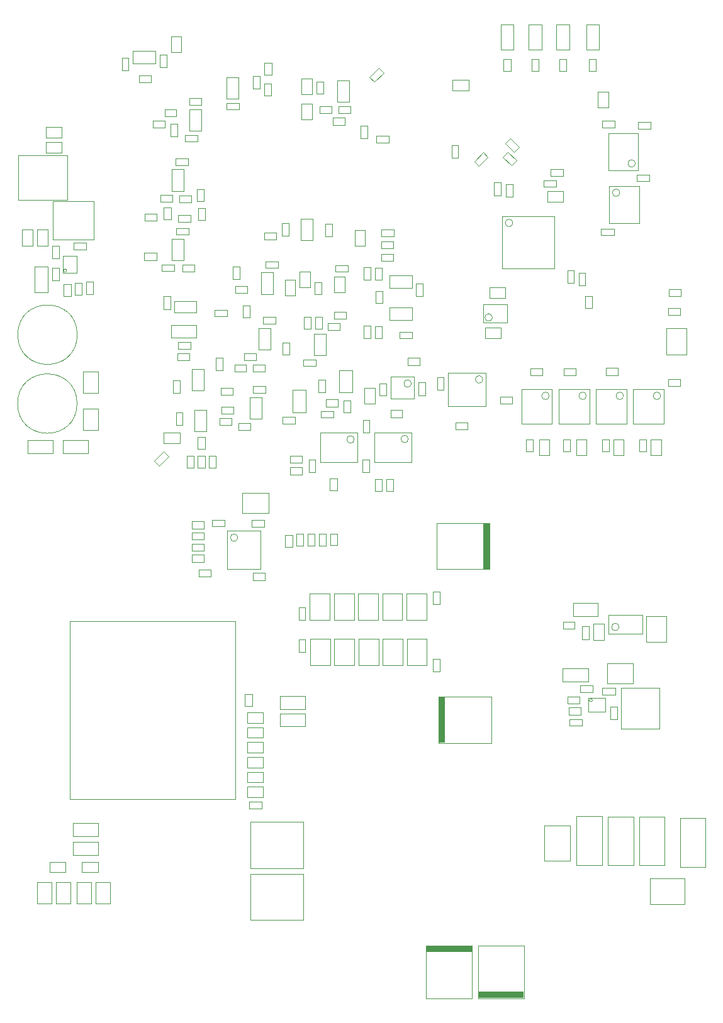
<source format=gbr>
%TF.GenerationSoftware,Altium Limited,Altium Designer,22.1.2 (22)*%
G04 Layer_Color=16711935*
%FSLAX45Y45*%
%MOMM*%
%TF.SameCoordinates,C5451D44-FA68-4CDD-92CA-08ED0B408621*%
%TF.FilePolarity,Positive*%
%TF.FileFunction,Other,Mechanical_13*%
%TF.Part,Single*%
G01*
G75*
%TA.AperFunction,NonConductor*%
%ADD103C,0.10000*%
%ADD218R,0.95629X6.22000*%
%ADD219R,6.22000X0.95629*%
D103*
X8425000Y11472500D02*
G03*
X8425000Y11472500I-50000J0D01*
G01*
X8214999Y11080000D02*
G03*
X8214999Y11080000I-50000J0D01*
G01*
X6499992Y9399992D02*
G03*
X6499992Y9399992I-50000J0D01*
G01*
X6775000Y10672500D02*
G03*
X6775000Y10672500I-50000J0D01*
G01*
X751981Y10052493D02*
G03*
X752500Y10052500I519J-19993D01*
G01*
X7265000Y8345000D02*
G03*
X7265000Y8345000I-50000J0D01*
G01*
X7765000D02*
G03*
X7765000Y8345000I-50000J0D01*
G01*
X8265000D02*
G03*
X8265000Y8345000I-50000J0D01*
G01*
X8765000D02*
G03*
X8765000Y8345000I-50000J0D01*
G01*
X6372500Y8565000D02*
G03*
X6372500Y8565000I-50000J0D01*
G01*
X5410000Y8510000D02*
G03*
X5410000Y8510000I-50000J0D01*
G01*
X4642500Y7757500D02*
G03*
X4642500Y7757500I-50000J0D01*
G01*
X5370000Y7762500D02*
G03*
X5370000Y7762500I-50000J0D01*
G01*
X3075000Y6435000D02*
G03*
X3075000Y6435000I-50000J0D01*
G01*
X8205000Y5232500D02*
G03*
X8205000Y5232500I-50000J0D01*
G01*
X7846133Y4244500D02*
G03*
X7846140Y4243980I-19993J-519D01*
G01*
X912500Y8240000D02*
G03*
X912500Y8240000I-400000J0D01*
G01*
X915000Y9167500D02*
G03*
X915000Y9167500I-400000J0D01*
G01*
X3680000Y7970000D02*
X3850000D01*
X3680000Y8060000D02*
X3850000D01*
Y7970000D02*
Y8060000D01*
X3680000Y7970000D02*
Y8060000D01*
X4617500Y8390000D02*
Y8690000D01*
X4442500Y8390000D02*
Y8690000D01*
Y8390000D02*
X4617500D01*
X4442500Y8690000D02*
X4617500D01*
X4500000Y8282500D02*
X4595000D01*
X4500000Y8122500D02*
X4595000D01*
Y8282500D01*
X4500000Y8122500D02*
Y8282500D01*
X5120000Y9537500D02*
X5420000D01*
X5120000Y9362500D02*
X5420000D01*
Y9537500D01*
X5120000Y9362500D02*
Y9537500D01*
Y9967500D02*
X5420000D01*
X5120000Y9792500D02*
X5420000D01*
Y9967500D01*
X5120000Y9792500D02*
Y9967500D01*
X8445000Y11232500D02*
Y11322500D01*
X8615000Y11232500D02*
Y11322500D01*
X8445000D02*
X8615000D01*
X8445000Y11232500D02*
X8615000D01*
X7920000Y12437500D02*
X8060000D01*
X7920000Y12222500D02*
X8060000D01*
Y12437500D01*
X7920000Y12222500D02*
Y12437500D01*
X8145000Y11955000D02*
Y12045000D01*
X7975000Y11955000D02*
Y12045000D01*
Y11955000D02*
X8145000D01*
X7975000Y12045000D02*
X8145000D01*
X8065000Y11882500D02*
X8465000D01*
X8065000Y11382500D02*
X8465000D01*
X8065000D02*
Y11882500D01*
X8465000Y11382500D02*
Y11882500D01*
X8627500Y11942500D02*
Y12032500D01*
X8457500Y11942500D02*
Y12032500D01*
Y11942500D02*
X8627500D01*
X8457500Y12032500D02*
X8627500D01*
X8075000Y10670000D02*
X8475000D01*
X8075000Y11170000D02*
X8475000D01*
Y10670000D02*
Y11170000D01*
X8075000Y10670000D02*
Y11170000D01*
X8135000Y10505000D02*
Y10595000D01*
X7965000Y10505000D02*
Y10595000D01*
Y10505000D02*
X8135000D01*
X7965000Y10595000D02*
X8135000D01*
X8878197Y9688199D02*
X9038197D01*
X8878197Y9783199D02*
X9038197D01*
Y9688199D02*
Y9783199D01*
X8878197Y9688199D02*
Y9783199D01*
X8868197Y9433199D02*
X9028197D01*
X8868197Y9528199D02*
X9028197D01*
Y9433199D02*
Y9528199D01*
X8868197Y9433199D02*
Y9528199D01*
X8843198Y8903199D02*
X9113198D01*
X8843198Y9253199D02*
X9113198D01*
X8843198Y8903199D02*
Y9253199D01*
X9113198Y8903199D02*
Y9253199D01*
X7842500Y9527500D02*
Y9687500D01*
X7747500Y9527500D02*
Y9687500D01*
X7842500D01*
X7747500Y9527500D02*
X7842500D01*
X7662500Y9997500D02*
X7752500D01*
X7662500Y9827500D02*
X7752500D01*
Y9997500D01*
X7662500Y9827500D02*
Y9997500D01*
X7510000Y10037500D02*
X7600000D01*
X7510000Y9867500D02*
X7600000D01*
Y10037500D01*
X7510000Y9867500D02*
Y10037500D01*
X6462500Y9662500D02*
Y9802500D01*
X6677500Y9662500D02*
Y9802500D01*
X6462500D02*
X6677500D01*
X6462500Y9662500D02*
X6677500D01*
X6379992Y9332492D02*
X6700002D01*
X6379992Y9577492D02*
X6700002D01*
Y9332492D02*
Y9577492D01*
X6379992Y9332492D02*
Y9577492D01*
X6617500Y9122500D02*
Y9262500D01*
X6402500Y9122500D02*
Y9262500D01*
Y9122500D02*
X6617500D01*
X6402500Y9262500D02*
X6617500D01*
X7450000Y11307500D02*
Y11397500D01*
X7280000Y11307500D02*
Y11397500D01*
Y11307500D02*
X7450000D01*
X7280000Y11397500D02*
X7450000D01*
X7360000Y11157500D02*
Y11247500D01*
X7190000Y11157500D02*
Y11247500D01*
Y11157500D02*
X7360000D01*
X7190000Y11247500D02*
X7360000D01*
X7455000Y10957500D02*
Y11097500D01*
X7240000Y10957500D02*
Y11097500D01*
Y10957500D02*
X7455000D01*
X7240000Y11097500D02*
X7455000D01*
X6522500Y11042500D02*
Y11217500D01*
X6617500Y11042500D02*
Y11217500D01*
X6522500Y11042500D02*
X6617500D01*
X6522500Y11217500D02*
X6617500D01*
X6635000Y10062500D02*
Y10762500D01*
X7335000Y10062500D02*
Y10762500D01*
X6635000D02*
X7335000D01*
X6635000Y10062500D02*
X7335000D01*
X6685000Y11025000D02*
X6775000D01*
X6685000Y11195000D02*
X6775000D01*
X6685000Y11025000D02*
Y11195000D01*
X6775000Y11025000D02*
Y11195000D01*
X6744519Y11807656D02*
X6857656Y11694519D01*
X6677344Y11740481D02*
X6790481Y11627344D01*
X6677344Y11740481D02*
X6744519Y11807656D01*
X6790481Y11627344D02*
X6857656Y11694519D01*
X6709519Y11627656D02*
X6822656Y11514519D01*
X6642344Y11560481D02*
X6755481Y11447344D01*
X6642344Y11560481D02*
X6709519Y11627656D01*
X6755481Y11447344D02*
X6822656Y11514519D01*
X6255576Y11501716D02*
X6319215Y11438076D01*
X6375784Y11621924D02*
X6439424Y11558284D01*
X6255576Y11501716D02*
X6375784Y11621924D01*
X6319215Y11438076D02*
X6439424Y11558284D01*
X7897500Y12720000D02*
Y12880000D01*
X7802500Y12720000D02*
Y12880000D01*
X7897500D01*
X7802500Y12720000D02*
X7897500D01*
X7497500D02*
Y12880000D01*
X7402500Y12720000D02*
Y12880000D01*
X7497500D01*
X7402500Y12720000D02*
X7497500D01*
X7122500D02*
Y12880000D01*
X7027500Y12720000D02*
Y12880000D01*
X7122500D01*
X7027500Y12720000D02*
X7122500D01*
X6747500D02*
Y12880000D01*
X6652500Y12720000D02*
Y12880000D01*
X6747500D01*
X6652500Y12720000D02*
X6747500D01*
X5951448Y11550799D02*
X6041447D01*
X5951448Y11720799D02*
X6041447D01*
X5951448Y11550799D02*
Y11720799D01*
X6041447Y11550799D02*
Y11720799D01*
X6180000Y12455000D02*
Y12595000D01*
X5965000Y12455000D02*
Y12595000D01*
Y12455000D02*
X6180000D01*
X5965000Y12595000D02*
X6180000D01*
X4849540Y12636716D02*
X4973284Y12760459D01*
X4916715Y12569541D02*
X5040459Y12693284D01*
X4849540Y12636716D02*
X4916715Y12569541D01*
X4973284Y12760459D02*
X5040459Y12693284D01*
X4230000Y12415000D02*
Y12575000D01*
X4135000Y12415000D02*
Y12575000D01*
X4230000D01*
X4135000Y12415000D02*
X4230000D01*
X4417500Y12300000D02*
Y12590000D01*
X4577500Y12300000D02*
Y12590000D01*
X4417500D02*
X4577500D01*
X4417500Y12300000D02*
X4577500D01*
X4940000Y11755000D02*
Y11845000D01*
X5110000Y11755000D02*
Y11845000D01*
X4940000D02*
X5110000D01*
X4940000Y11755000D02*
X5110000D01*
X4730000Y11815000D02*
X4820000D01*
X4730000Y11985000D02*
X4820000D01*
X4730000Y11815000D02*
Y11985000D01*
X4820000Y11815000D02*
Y11985000D01*
X4435000Y12147500D02*
X4595000D01*
X4435000Y12242500D02*
X4595000D01*
Y12147500D02*
Y12242500D01*
X4435000Y12147500D02*
Y12242500D01*
X4177500Y12147500D02*
X4337500D01*
X4177500Y12242500D02*
X4337500D01*
Y12147500D02*
Y12242500D01*
X4177500Y12147500D02*
Y12242500D01*
X4355000Y11992500D02*
X4515000D01*
X4355000Y12087500D02*
X4515000D01*
Y11992500D02*
Y12087500D01*
X4355000Y11992500D02*
Y12087500D01*
X3935000Y12405000D02*
X4075000D01*
X3935000Y12620000D02*
X4075000D01*
X3935000Y12405000D02*
Y12620000D01*
X4075000Y12405000D02*
Y12620000D01*
X2177500Y12970000D02*
X2317500D01*
X2177500Y13185001D02*
X2317500D01*
X2177500Y12970000D02*
Y13185001D01*
X2317500Y12970000D02*
Y13185001D01*
X2027500Y12765000D02*
X2117499D01*
X2027500Y12935001D02*
X2117499D01*
X2027500Y12765000D02*
Y12935001D01*
X2117499Y12765000D02*
Y12935001D01*
X1515000Y12895000D02*
X1605000D01*
X1515000Y12725000D02*
X1605000D01*
Y12895000D01*
X1515000Y12725000D02*
Y12895000D01*
X1665000Y12817500D02*
X1965000D01*
X1665000Y12992500D02*
X1965000D01*
X1665000Y12817500D02*
Y12992500D01*
X1965000Y12817500D02*
Y12992500D01*
X1745000Y12660000D02*
X1905000D01*
X1745000Y12565000D02*
X1905000D01*
X1745000D02*
Y12660000D01*
X1905000Y12565000D02*
Y12660000D01*
X3530000Y12667500D02*
Y12827499D01*
X3435000Y12667500D02*
Y12827499D01*
X3530000D01*
X3435000Y12667500D02*
X3530000D01*
X3525000Y12387500D02*
Y12547500D01*
X3430000Y12387500D02*
Y12547500D01*
X3525000D01*
X3430000Y12387500D02*
X3525000D01*
X3280000Y12650000D02*
X3370000D01*
X3280000Y12480000D02*
X3370000D01*
Y12650000D01*
X3280000Y12480000D02*
Y12650000D01*
X3087500Y12345000D02*
Y12635000D01*
X2927500Y12345000D02*
Y12635000D01*
Y12345000D02*
X3087500D01*
X2927500Y12635000D02*
X3087500D01*
X3092500Y12197500D02*
Y12287500D01*
X2922500Y12197500D02*
Y12287500D01*
Y12197500D02*
X3092500D01*
X2922500Y12287500D02*
X3092500D01*
X2090000Y12202500D02*
X2250000D01*
X2090000Y12107500D02*
X2250000D01*
X2090000D02*
Y12202500D01*
X2250000Y12107500D02*
Y12202500D01*
X1935000Y12047500D02*
X2095000D01*
X1935000Y11952500D02*
X2095000D01*
X1935000D02*
Y12047500D01*
X2095000Y11952500D02*
Y12047500D01*
X2172500Y11840000D02*
X2262500D01*
X2172500Y12010000D02*
X2262500D01*
X2172500Y11840000D02*
Y12010000D01*
X2262500Y11840000D02*
Y12010000D01*
X2532500Y11767500D02*
Y11857500D01*
X2362500Y11767500D02*
Y11857500D01*
Y11767500D02*
X2532500D01*
X2362500Y11857500D02*
X2532500D01*
X2584600Y11914600D02*
Y12204600D01*
X2424600Y11914600D02*
Y12204600D01*
Y11914600D02*
X2584600D01*
X2424600Y12204600D02*
X2584600D01*
X2425000Y12352500D02*
X2585000D01*
X2425000Y12257500D02*
X2585000D01*
X2425000D02*
Y12352500D01*
X2585000Y12257500D02*
Y12352500D01*
X2240000Y11447500D02*
Y11537500D01*
X2410000Y11447500D02*
Y11537500D01*
X2240000D02*
X2410000D01*
X2240000Y11447500D02*
X2410000D01*
X2185599Y11102801D02*
Y11392800D01*
X2345599Y11102801D02*
Y11392800D01*
X2185599D02*
X2345599D01*
X2185599Y11102801D02*
X2345599D01*
X2525000Y10967500D02*
Y11127500D01*
X2620000Y10967500D02*
Y11127500D01*
X2525000Y10967500D02*
X2620000D01*
X2525000Y11127500D02*
X2620000D01*
X2540000Y10712500D02*
Y10872500D01*
X2635000Y10712500D02*
Y10872500D01*
X2540000Y10712500D02*
X2635000D01*
X2540000Y10872500D02*
X2635000D01*
X2292500Y11045000D02*
X2452500D01*
X2292500Y10950000D02*
X2452500D01*
X2292500D02*
Y11045000D01*
X2452500Y10950000D02*
Y11045000D01*
X2037500Y10952500D02*
X2197500D01*
X2037500Y11047500D02*
X2197500D01*
Y10952500D02*
Y11047500D01*
X2037500Y10952500D02*
Y11047500D01*
X1822500Y10700000D02*
X1982500D01*
X1822500Y10795000D02*
X1982500D01*
Y10700000D02*
Y10795000D01*
X1822500Y10700000D02*
Y10795000D01*
X2080000Y10717500D02*
Y10877500D01*
X2175000Y10717500D02*
Y10877500D01*
X2080000Y10717500D02*
X2175000D01*
X2080000Y10877500D02*
X2175000D01*
X2442500Y10685000D02*
Y10775000D01*
X2272500Y10685000D02*
Y10775000D01*
Y10685000D02*
X2442500D01*
X2272500Y10775000D02*
X2442500D01*
X2242500Y10515000D02*
Y10605000D01*
X2412500Y10515000D02*
Y10605000D01*
X2242500D02*
X2412500D01*
X2242500Y10515000D02*
X2412500D01*
X2185000Y10167500D02*
Y10457500D01*
X2345000Y10167500D02*
Y10457500D01*
X2185000D02*
X2345000D01*
X2185000Y10167500D02*
X2345000D01*
X1812500Y10172500D02*
X1987500D01*
X1812500Y10267500D02*
X1987500D01*
Y10172500D02*
Y10267500D01*
X1812500Y10172500D02*
Y10267500D01*
X2220000Y10022500D02*
Y10112500D01*
X2050000Y10022500D02*
Y10112500D01*
Y10022500D02*
X2220000D01*
X2050000Y10112500D02*
X2220000D01*
X2332500Y10017500D02*
X2492500D01*
X2332500Y10112500D02*
X2492500D01*
Y10017500D02*
Y10112500D01*
X2332500Y10017500D02*
Y10112500D01*
X4255000Y10490000D02*
X4345000D01*
X4255000Y10660000D02*
X4345000D01*
X4255000Y10490000D02*
Y10660000D01*
X4345000Y10490000D02*
Y10660000D01*
X3919699Y10435800D02*
Y10725800D01*
X4079699Y10435800D02*
Y10725800D01*
X3919699D02*
X4079699D01*
X3919699Y10435800D02*
X4079699D01*
X3672500Y10665000D02*
X3762499D01*
X3672500Y10495000D02*
X3762499D01*
Y10665000D01*
X3672500Y10495000D02*
Y10665000D01*
X3435000Y10540000D02*
X3595000D01*
X3435000Y10445000D02*
X3595000D01*
X3435000D02*
Y10540000D01*
X3595000Y10445000D02*
Y10540000D01*
X4375000Y9737500D02*
X4515000D01*
X4375000Y9952500D02*
X4515000D01*
Y9737500D02*
Y9952500D01*
X4375000Y9737500D02*
Y9952500D01*
X4387500Y10012500D02*
Y10102500D01*
X4557500Y10012500D02*
Y10102500D01*
X4387500D02*
X4557500D01*
X4387500Y10012500D02*
X4557500D01*
X3010000Y9917500D02*
X3100000D01*
X3010000Y10087500D02*
X3100000D01*
X3010000Y9917500D02*
Y10087500D01*
X3100000Y9917500D02*
Y10087500D01*
X3045000Y9820000D02*
X3205000D01*
X3045000Y9725000D02*
X3205000D01*
X3045000D02*
Y9820000D01*
X3205000Y9725000D02*
Y9820000D01*
X3387500Y9715000D02*
Y10005000D01*
X3547500Y9715000D02*
Y10005000D01*
X3387500D02*
X3547500D01*
X3387500Y9715000D02*
X3547500D01*
X3447500Y10065000D02*
Y10155000D01*
X3617500Y10065000D02*
Y10155000D01*
X3447500D02*
X3617500D01*
X3447500Y10065000D02*
X3617500D01*
X3710000Y9695000D02*
X3850000D01*
X3710000Y9910000D02*
X3850000D01*
X3710000Y9695000D02*
Y9910000D01*
X3850000Y9695000D02*
Y9910000D01*
X3910000Y9805000D02*
X4050000D01*
X3910000Y10020000D02*
X4050000D01*
X3910000Y9805000D02*
Y10020000D01*
X4050000Y9805000D02*
Y10020000D01*
X4202500Y9710000D02*
Y9870000D01*
X4107500Y9710000D02*
Y9870000D01*
X4202500D01*
X4107500Y9710000D02*
X4202500D01*
X4650000Y10577500D02*
X4790000D01*
X4650000Y10362500D02*
X4790000D01*
Y10577500D01*
X4650000Y10362500D02*
Y10577500D01*
X5002500Y10587500D02*
X5177500D01*
X5002500Y10492500D02*
X5177500D01*
X5002500D02*
Y10587500D01*
X5177500Y10492500D02*
Y10587500D01*
X5005000Y10422500D02*
X5165000D01*
X5005000Y10327500D02*
X5165000D01*
X5005000D02*
Y10422500D01*
X5165000Y10327500D02*
Y10422500D01*
X5007500Y10257500D02*
X5167500D01*
X5007500Y10162500D02*
X5167500D01*
X5007500D02*
Y10257500D01*
X5167500Y10162500D02*
Y10257500D01*
X4772500Y9902500D02*
X4862500D01*
X4772500Y10072500D02*
X4862500D01*
X4772500Y9902500D02*
Y10072500D01*
X4862500Y9902500D02*
Y10072500D01*
X5017500Y9910000D02*
Y10070000D01*
X4922500Y9910000D02*
Y10070000D01*
X5017500D01*
X4922500Y9910000D02*
X5017500D01*
X5027500Y9590000D02*
Y9750000D01*
X4932500Y9590000D02*
Y9750000D01*
X5027500D01*
X4932500Y9590000D02*
X5027500D01*
X5475000Y9855000D02*
X5565000D01*
X5475000Y9685000D02*
X5565000D01*
Y9855000D01*
X5475000Y9685000D02*
Y9855000D01*
X5255000Y9115000D02*
Y9205000D01*
X5425000Y9115000D02*
Y9205000D01*
X5255000D02*
X5425000D01*
X5255000Y9115000D02*
X5425000D01*
X5017500Y9120000D02*
Y9280000D01*
X4922500Y9120000D02*
Y9280000D01*
X5017500D01*
X4922500Y9120000D02*
X5017500D01*
X4770000Y9115000D02*
X4860000D01*
X4770000Y9285000D02*
X4860000D01*
X4770000Y9115000D02*
Y9285000D01*
X4860000Y9115000D02*
Y9285000D01*
X4062500Y9247500D02*
Y9407500D01*
X3967500Y9247500D02*
Y9407500D01*
X4062500D01*
X3967500Y9247500D02*
X4062500D01*
X4212500Y9250000D02*
Y9410000D01*
X4117500Y9250000D02*
Y9410000D01*
X4212500D01*
X4117500Y9250000D02*
X4212500D01*
X4372500Y9380000D02*
X4532500D01*
X4372500Y9475000D02*
X4532500D01*
Y9380000D02*
Y9475000D01*
X4372500Y9380000D02*
Y9475000D01*
X4285000Y9325000D02*
X4445000D01*
X4285000Y9230000D02*
X4445000D01*
X4285000D02*
Y9325000D01*
X4445000Y9230000D02*
Y9325000D01*
X4257500Y8887500D02*
Y9177500D01*
X4097500Y8887500D02*
Y9177500D01*
Y8887500D02*
X4257500D01*
X4097500Y9177500D02*
X4257500D01*
X4122500Y8742500D02*
Y8832500D01*
X3952500Y8742500D02*
Y8832500D01*
Y8742500D02*
X4122500D01*
X3952500Y8832500D02*
X4122500D01*
X3235000Y9402500D02*
Y9562500D01*
X3140000Y9402500D02*
Y9562500D01*
X3235000D01*
X3140000Y9402500D02*
X3235000D01*
X3417500Y9315000D02*
Y9405000D01*
X3587500Y9315000D02*
Y9405000D01*
X3417500D02*
X3587500D01*
X3417500Y9315000D02*
X3587500D01*
X3675000Y8902500D02*
Y9062500D01*
X3770000Y8902500D02*
Y9062500D01*
X3675000Y8902500D02*
X3770000D01*
X3675000Y9062500D02*
X3770000D01*
X3356900Y8968300D02*
Y9258300D01*
X3516900Y8968300D02*
Y9258300D01*
X3356900D02*
X3516900D01*
X3356900Y8968300D02*
X3516900D01*
X3157500Y8917500D02*
X3317500D01*
X3157500Y8822500D02*
X3317500D01*
X3157500D02*
Y8917500D01*
X3317500Y8822500D02*
Y8917500D01*
X3030000Y8765000D02*
X3190000D01*
X3030000Y8670000D02*
X3190000D01*
X3030000D02*
Y8765000D01*
X3190000Y8670000D02*
Y8765000D01*
X3280000D02*
X3440000D01*
X3280000Y8670000D02*
X3440000D01*
X3280000D02*
Y8765000D01*
X3440000Y8670000D02*
Y8765000D01*
X2779671Y8858515D02*
X2869671D01*
X2779671Y8688515D02*
X2869671D01*
Y8858515D01*
X2779671Y8688515D02*
Y8858515D01*
X2762500Y9412500D02*
Y9502500D01*
X2932500Y9412500D02*
Y9502500D01*
X2762500D02*
X2932500D01*
X2762500Y9412500D02*
X2932500D01*
X2225000Y9462500D02*
X2515000D01*
X2225000Y9622500D02*
X2515000D01*
X2225000Y9462500D02*
Y9622500D01*
X2515000Y9462500D02*
Y9622500D01*
X2077500Y9512500D02*
X2167500D01*
X2077500Y9682501D02*
X2167500D01*
X2077500Y9512500D02*
Y9682501D01*
X2167500Y9512500D02*
Y9682501D01*
X2520000Y9125000D02*
Y9300000D01*
X2180000Y9125000D02*
Y9300000D01*
Y9125000D02*
X2520000D01*
X2180000Y9300000D02*
X2520000D01*
X2270000Y8977500D02*
Y9067500D01*
X2440000Y8977500D02*
Y9067500D01*
X2270000D02*
X2440000D01*
X2270000Y8977500D02*
X2440000D01*
X2267500Y8917500D02*
X2427500D01*
X2267500Y8822500D02*
X2427500D01*
X2267500D02*
Y8917500D01*
X2427500Y8822500D02*
Y8917500D01*
X2617171Y8413515D02*
Y8703515D01*
X2457171Y8413515D02*
Y8703515D01*
Y8413515D02*
X2617171D01*
X2457171Y8703515D02*
X2617171D01*
X2207171Y8386015D02*
X2297171D01*
X2207171Y8556015D02*
X2297171D01*
X2207171Y8386015D02*
Y8556015D01*
X2297171Y8386015D02*
Y8556015D01*
X3282500Y8382500D02*
X3452500D01*
X3282500Y8472500D02*
X3452500D01*
Y8382500D02*
Y8472500D01*
X3282500Y8382500D02*
Y8472500D01*
X3235000Y8035000D02*
X3395000D01*
X3235000Y8325000D02*
X3395000D01*
Y8035000D02*
Y8325000D01*
X3235000Y8035000D02*
Y8325000D01*
X2847500Y8452500D02*
X3007500D01*
X2847500Y8357500D02*
X3007500D01*
X2847500D02*
Y8452500D01*
X3007500Y8357500D02*
Y8452500D01*
X2853495Y8196743D02*
X3013495D01*
X2853495Y8101743D02*
X3013495D01*
X2853495D02*
Y8196743D01*
X3013495Y8101743D02*
Y8196743D01*
X2828495Y7949243D02*
X2988495D01*
X2828495Y8044243D02*
X2988495D01*
Y7949243D02*
Y8044243D01*
X2828495Y7949243D02*
Y8044243D01*
X3247500Y7882500D02*
Y7977500D01*
X3087500Y7882500D02*
Y7977500D01*
Y7882500D02*
X3247500Y7882500D01*
X3087500Y7977500D02*
X3247500Y7977500D01*
X2493495Y7864243D02*
Y8154243D01*
X2653495Y7864243D02*
Y8154243D01*
X2493495D02*
X2653495D01*
X2493495Y7864243D02*
X2653495D01*
X2243495Y7949243D02*
X2333495D01*
X2243495Y8119243D02*
X2333495D01*
X2243495Y7949243D02*
Y8119243D01*
X2333495Y7949243D02*
Y8119243D01*
X2293495Y7709243D02*
Y7849243D01*
X2078495Y7709243D02*
Y7849243D01*
Y7709243D02*
X2293495D01*
X2078495Y7849243D02*
X2293495D01*
X2017711Y7401284D02*
X2141454Y7525028D01*
X1950536Y7468459D02*
X2074280Y7592202D01*
X2141454Y7525028D01*
X1950536Y7468459D02*
X2017711Y7401284D01*
X2633495Y7629243D02*
Y7789243D01*
X2538495Y7629243D02*
Y7789243D01*
X2633495D01*
X2538495Y7629243D02*
X2633495D01*
X2783495Y7371743D02*
Y7531743D01*
X2688495Y7371743D02*
Y7531743D01*
X2783495D01*
X2688495Y7371743D02*
X2783495D01*
X2633495D02*
Y7531743D01*
X2538495Y7371743D02*
Y7531743D01*
X2633495D01*
X2538495Y7371743D02*
X2633495D01*
X2483495D02*
Y7531743D01*
X2388495Y7371743D02*
Y7531743D01*
X2483495D01*
X2388495Y7371743D02*
X2483495D01*
X492500Y11820000D02*
Y11960000D01*
X707500Y11820000D02*
Y11960000D01*
X492500D02*
X707500D01*
X492500Y11820000D02*
X707500D01*
X492500Y11620000D02*
Y11760000D01*
X707500Y11620000D02*
Y11760000D01*
X492500D02*
X707500D01*
X492500Y11620000D02*
X707500D01*
X120000Y10980000D02*
X780000D01*
X120000Y11580000D02*
X780000D01*
Y10980000D02*
Y11580000D01*
X120000Y10980000D02*
Y11580000D01*
X862500Y10312500D02*
Y10402500D01*
X1032500Y10312500D02*
Y10402500D01*
X862500D02*
X1032500D01*
X862500Y10312500D02*
X1032500D01*
X587500Y10965000D02*
X1137500D01*
X587500Y10445000D02*
X1137500D01*
X587500D02*
Y10965000D01*
X1137500Y10445000D02*
Y10965000D01*
X172500Y10365000D02*
X312500D01*
X172500Y10580000D02*
X312500D01*
X172500Y10365000D02*
Y10580000D01*
X312500Y10365000D02*
Y10580000D01*
X375000Y10365000D02*
X515000D01*
X375000Y10580000D02*
X515000D01*
X375000Y10365000D02*
Y10580000D01*
X515000Y10365000D02*
Y10580000D01*
X582500Y10367500D02*
X672500D01*
X582500Y10197500D02*
X672500D01*
Y10367500D01*
X582500Y10197500D02*
Y10367500D01*
X718500Y9999000D02*
X906500D01*
X718500Y10226000D02*
X906500D01*
X718500Y9999000D02*
Y10226000D01*
X906500Y9999000D02*
Y10226000D01*
X582500Y9895000D02*
X672500D01*
X582500Y10065000D02*
X672500D01*
X582500Y9895000D02*
Y10065000D01*
X672500Y9895000D02*
Y10065000D01*
X342500Y9735000D02*
Y10085000D01*
X522500Y9735000D02*
Y10085000D01*
X342500Y9735000D02*
X522500D01*
X342500Y10085000D02*
X522500D01*
X830000Y9687500D02*
Y9847500D01*
X735000Y9687500D02*
Y9847500D01*
X830000D01*
X735000Y9687500D02*
X830000D01*
X885000Y9705000D02*
Y9865000D01*
X980000Y9705000D02*
Y9865000D01*
X885000Y9705000D02*
X980000D01*
X885000Y9865000D02*
X980000D01*
X1037500Y9710000D02*
X1127500D01*
X1037500Y9880000D02*
X1127500D01*
X1037500Y9710000D02*
Y9880000D01*
X1127500Y9710000D02*
Y9880000D01*
X1192500Y7885000D02*
Y8175000D01*
X997500Y7885000D02*
Y8175000D01*
X1192500D01*
X997500Y7885000D02*
X1192500D01*
X722500Y7572500D02*
Y7747500D01*
X1062500Y7572500D02*
Y7747500D01*
X722500D02*
X1062500D01*
X722500Y7572500D02*
X1062500D01*
X8030000Y8622500D02*
X8190000D01*
X8030000Y8717500D02*
X8190000D01*
Y8622500D02*
Y8717500D01*
X8030000Y8622500D02*
Y8717500D01*
X7460000Y8620000D02*
X7620000D01*
X7460000Y8715000D02*
X7620000D01*
Y8620000D02*
Y8715000D01*
X7460000Y8620000D02*
Y8715000D01*
X7010000Y8617500D02*
X7170000D01*
X7010000Y8712500D02*
X7170000D01*
Y8617500D02*
Y8712500D01*
X7010000Y8617500D02*
Y8712500D01*
X6895000Y8435000D02*
X7305000D01*
X6895000Y7965000D02*
X7305000D01*
Y8435000D01*
X6895000Y7965000D02*
Y8435000D01*
X7395000D02*
X7805000D01*
X7395000Y7965000D02*
X7805000D01*
Y8435000D01*
X7395000Y7965000D02*
Y8435000D01*
X7895000D02*
X8305000D01*
X7895000Y7965000D02*
X8305000D01*
Y8435000D01*
X7895000Y7965000D02*
Y8435000D01*
X8395000D02*
X8805000D01*
X8395000Y7965000D02*
X8805000D01*
Y8435000D01*
X8395000Y7965000D02*
Y8435000D01*
X8870000Y8477500D02*
X9030000D01*
X8870000Y8572500D02*
X9030000D01*
Y8477500D02*
Y8572500D01*
X8870000Y8477500D02*
Y8572500D01*
X8630000Y7542500D02*
X8770000D01*
X8630000Y7757500D02*
X8770000D01*
X8630000Y7542500D02*
Y7757500D01*
X8770000Y7542500D02*
Y7757500D01*
X8572500Y7595000D02*
Y7755000D01*
X8477500Y7595000D02*
Y7755000D01*
X8572500D01*
X8477500Y7595000D02*
X8572500D01*
X8130000Y7542500D02*
X8270000D01*
X8130000Y7757500D02*
X8270000D01*
X8130000Y7542500D02*
Y7757500D01*
X8270000Y7542500D02*
Y7757500D01*
X8072500Y7595000D02*
Y7755000D01*
X7977500Y7595000D02*
Y7755000D01*
X8072500D01*
X7977500Y7595000D02*
X8072500D01*
X7630000Y7542500D02*
X7770000D01*
X7630000Y7757500D02*
X7770000D01*
X7630000Y7542500D02*
Y7757500D01*
X7770000Y7542500D02*
Y7757500D01*
X7547500Y7595000D02*
Y7755000D01*
X7452500Y7595000D02*
Y7755000D01*
X7547500D01*
X7452500Y7595000D02*
X7547500D01*
X7130000Y7542500D02*
X7270000D01*
X7130000Y7757500D02*
X7270000D01*
X7130000Y7542500D02*
Y7757500D01*
X7270000Y7542500D02*
Y7757500D01*
X7047500Y7595000D02*
Y7755000D01*
X6952500Y7595000D02*
Y7755000D01*
X7047500D01*
X6952500Y7595000D02*
X7047500D01*
X6605000Y8240000D02*
X6765000D01*
X6605000Y8335000D02*
X6765000D01*
Y8240000D02*
Y8335000D01*
X6605000Y8240000D02*
Y8335000D01*
X6007500Y7985000D02*
X6167500D01*
X6007500Y7890000D02*
X6167500D01*
X6007500D02*
Y7985000D01*
X6167500Y7890000D02*
Y7985000D01*
X5902500Y8205000D02*
Y8655000D01*
X6412500Y8205000D02*
Y8655000D01*
X5902500Y8205000D02*
X6412500D01*
X5902500Y8655000D02*
X6412500D01*
X5757500Y8597500D02*
X5847500D01*
X5757500Y8427500D02*
X5847500D01*
Y8597500D01*
X5757500Y8427500D02*
Y8597500D01*
X5362500Y8757500D02*
X5522500D01*
X5362500Y8852500D02*
X5522500D01*
Y8757500D02*
Y8852500D01*
X5362500Y8757500D02*
Y8852500D01*
X5507500Y8522500D02*
X5597500D01*
X5507500Y8352500D02*
X5597500D01*
Y8522500D01*
X5507500Y8352500D02*
Y8522500D01*
X5130000Y8600000D02*
X5450000D01*
X5130000Y8310000D02*
X5450000D01*
Y8600000D01*
X5130000Y8310000D02*
Y8600000D01*
Y8055000D02*
X5290000D01*
X5130000Y8150000D02*
X5290000D01*
Y8055000D02*
Y8150000D01*
X5130000Y8055000D02*
Y8150000D01*
X5072500Y8347500D02*
Y8507500D01*
X4977500Y8347500D02*
Y8507500D01*
X5072500D01*
X4977500Y8347500D02*
X5072500D01*
X4780000Y8235000D02*
X4920000D01*
X4780000Y8450000D02*
X4920000D01*
X4780000Y8235000D02*
Y8450000D01*
X4920000Y8235000D02*
Y8450000D01*
X3815000Y8117500D02*
X3990000D01*
X3815000Y8422500D02*
X3990000D01*
Y8117500D02*
Y8422500D01*
X3815000Y8117500D02*
Y8422500D01*
X4162500Y8557500D02*
X4252500D01*
X4162500Y8387500D02*
X4252500D01*
Y8557500D01*
X4162500Y8387500D02*
Y8557500D01*
X4265000Y8200000D02*
X4425000D01*
X4265000Y8295000D02*
X4425000D01*
Y8200000D02*
Y8295000D01*
X4265000Y8200000D02*
Y8295000D01*
X4757500Y8015000D02*
X4847500D01*
X4757500Y7845000D02*
X4847500D01*
Y8015000D01*
X4757500Y7845000D02*
Y8015000D01*
X4192500Y8050000D02*
Y8140000D01*
X4362500Y8050000D02*
Y8140000D01*
X4192500D02*
X4362500D01*
X4192500Y8050000D02*
X4362500D01*
X4182500Y7447500D02*
Y7847500D01*
X4682500Y7447500D02*
Y7847500D01*
X4182500Y7447500D02*
X4682500D01*
X4182500Y7847500D02*
X4682500D01*
X4910000Y7452500D02*
Y7852500D01*
X5410000Y7452500D02*
Y7852500D01*
X4910000Y7452500D02*
X5410000D01*
X4910000Y7852500D02*
X5410000D01*
X5072500Y7065000D02*
Y7225000D01*
X5167500Y7065000D02*
Y7225000D01*
X5072500Y7065000D02*
X5167500D01*
X5072500Y7225000D02*
X5167500D01*
X4922500Y7065000D02*
Y7225000D01*
X5017500Y7065000D02*
Y7225000D01*
X4922500Y7065000D02*
X5017500D01*
X4922500Y7225000D02*
X5017500D01*
X4755000Y7315000D02*
X4845000D01*
X4755000Y7485000D02*
X4845000D01*
X4755000Y7315000D02*
Y7485000D01*
X4845000Y7315000D02*
Y7485000D01*
X4315000Y7067500D02*
Y7227500D01*
X4410000Y7067500D02*
Y7227500D01*
X4315000Y7067500D02*
X4410000D01*
X4315000Y7227500D02*
X4410000D01*
X4030000Y7315000D02*
X4120000D01*
X4030000Y7485000D02*
X4120000D01*
X4030000Y7315000D02*
Y7485000D01*
X4120000Y7315000D02*
Y7485000D01*
X2730000Y6585000D02*
Y6675000D01*
X2900000Y6585000D02*
Y6675000D01*
X2730000D02*
X2900000D01*
X2730000Y6585000D02*
X2900000D01*
X2935000Y6015000D02*
X3385000D01*
X2935000Y6525000D02*
X3385000D01*
Y6015000D02*
Y6525000D01*
X2935000Y6015000D02*
Y6525000D01*
X3137500Y6762500D02*
Y7032500D01*
X3487500Y6762500D02*
Y7032500D01*
X3137500D02*
X3487500D01*
X3137500Y6762500D02*
X3487500D01*
X3262500Y6580000D02*
X3432500D01*
X3262500Y6670000D02*
X3432500D01*
Y6580000D02*
Y6670000D01*
X3262500Y6580000D02*
Y6670000D01*
X3280000Y5862500D02*
X3440000D01*
X3280000Y5957500D02*
X3440000D01*
Y5862500D02*
Y5957500D01*
X3280000Y5862500D02*
Y5957500D01*
X4417500Y6330000D02*
Y6490000D01*
X4322500Y6330000D02*
Y6490000D01*
X4417500D01*
X4322500Y6330000D02*
X4417500D01*
X4165000Y6327500D02*
Y6487500D01*
X4260000Y6327500D02*
Y6487500D01*
X4165000Y6327500D02*
X4260000D01*
X4165000Y6487500D02*
X4260000D01*
X4015000Y6327500D02*
Y6487500D01*
X4110000Y6327500D02*
Y6487500D01*
X4015000Y6327500D02*
X4110000D01*
X4015000Y6487500D02*
X4110000D01*
X3865000Y6327500D02*
Y6487500D01*
X3960000Y6327500D02*
Y6487500D01*
X3865000Y6327500D02*
X3960000D01*
X3865000Y6487500D02*
X3960000D01*
X4045000Y5680000D02*
X4315000D01*
X4045000Y5330001D02*
X4315000D01*
Y5680000D01*
X4045000Y5330001D02*
Y5680000D01*
X4370000D02*
X4640000D01*
X4370000Y5330001D02*
X4640000D01*
Y5680000D01*
X4370000Y5330001D02*
Y5680000D01*
X4695000D02*
X4965000D01*
X4695000Y5330001D02*
X4965000D01*
Y5680000D01*
X4695000Y5330001D02*
Y5680000D01*
X5020000D02*
X5290000D01*
X5020000Y5330001D02*
X5290000D01*
Y5680000D01*
X5020000Y5330001D02*
Y5680000D01*
X5345000D02*
X5615000D01*
X5345000Y5330001D02*
X5615000D01*
Y5680000D01*
X5345000Y5330001D02*
Y5680000D01*
X5705000Y4805000D02*
X5795000D01*
X5705000Y4635000D02*
X5795000D01*
Y4805000D01*
X5705000Y4635000D02*
Y4805000D01*
X5350000Y5070001D02*
X5620000D01*
X5350000Y4720001D02*
X5620000D01*
Y5070001D01*
X5350000Y4720001D02*
Y5070001D01*
X5025000D02*
X5295000D01*
X5025000Y4720001D02*
X5295000D01*
Y5070001D01*
X5025000Y4720001D02*
Y5070001D01*
X4700000D02*
X4970000D01*
X4700000Y4720001D02*
X4970000D01*
Y5070001D01*
X4700000Y4720001D02*
Y5070001D01*
X4375000D02*
X4645000D01*
X4375000Y4720001D02*
X4645000D01*
Y5070001D01*
X4375000Y4720001D02*
Y5070001D01*
X4050000D02*
X4320000D01*
X4050000Y4720001D02*
X4320000D01*
Y5070001D01*
X4050000Y4720001D02*
Y5070001D01*
X3895000Y4895000D02*
Y5065000D01*
X3985000Y4895000D02*
Y5065000D01*
X3895000Y4895000D02*
X3985000D01*
X3895000Y5065000D02*
X3985000D01*
X3045000Y2910000D02*
Y5310000D01*
X815000Y2910000D02*
Y5310000D01*
X3045000D01*
X815000Y2910000D02*
X3045000D01*
X855000Y2412500D02*
Y2587500D01*
X1195000Y2412500D02*
Y2587500D01*
X855000D02*
X1195000D01*
X855000Y2412500D02*
X1195000D01*
X857500Y2162500D02*
X1192500D01*
X857500Y2337500D02*
X1192500D01*
Y2162500D02*
Y2337500D01*
X857500Y2162500D02*
Y2337500D01*
X977500Y1930000D02*
Y2070000D01*
X1192500Y1930000D02*
Y2070000D01*
X977500D02*
X1192500D01*
X977500Y1930000D02*
X1192500D01*
X542500D02*
Y2070000D01*
X757500Y1930000D02*
Y2070000D01*
X542500D02*
X757500D01*
X542500Y1930000D02*
X757500D01*
X3249500Y2606000D02*
X3960500D01*
X3249500Y1984000D02*
X3960500D01*
X3249500D02*
Y2606000D01*
X3960500Y1984000D02*
Y2606000D01*
X3244500Y1906000D02*
X3955500D01*
X3244500Y1284000D02*
X3955500D01*
X3244500D02*
Y1906000D01*
X3955500Y1284000D02*
Y1906000D01*
X3172500Y4170000D02*
Y4330000D01*
X3267500Y4170000D02*
Y4330000D01*
X3172500Y4170000D02*
X3267500D01*
X3172500Y4330000D02*
X3267500D01*
X3980000Y4122500D02*
Y4297500D01*
X3640000Y4122500D02*
Y4297500D01*
Y4122500D02*
X3980000D01*
X3640000Y4297500D02*
X3980000D01*
Y3892500D02*
Y4067500D01*
X3640000Y3892500D02*
Y4067500D01*
Y3892500D02*
X3980000D01*
X3640000Y4067500D02*
X3980000D01*
X5774500Y3669000D02*
Y4291000D01*
X6485500Y3669000D02*
Y4291000D01*
X5774500D02*
X6485500D01*
X5774500Y3669000D02*
X6485500D01*
X7587500Y5552500D02*
X7922500D01*
X7587500Y5377500D02*
X7922500D01*
X7587500D02*
Y5552500D01*
X7922500Y5377500D02*
Y5552500D01*
X7450000Y5300000D02*
X7610000D01*
X7450000Y5205000D02*
X7610000D01*
X7450000D02*
Y5300000D01*
X7610000Y5205000D02*
Y5300000D01*
X7707500Y5237500D02*
X7797500D01*
X7707500Y5067500D02*
X7797500D01*
Y5237500D01*
X7707500Y5067500D02*
Y5237500D01*
X7860000Y5272500D02*
X8000000D01*
X7860000Y5057500D02*
X8000000D01*
Y5272500D01*
X7860000Y5057500D02*
Y5272500D01*
X8520000Y5137500D02*
Y5397500D01*
X8060000Y5137500D02*
Y5397500D01*
X8520000D01*
X8060000Y5137500D02*
X8520000D01*
X7852500Y4352500D02*
Y4442500D01*
X7682500Y4352500D02*
Y4442500D01*
Y4352500D02*
X7852500D01*
X7682500Y4442500D02*
X7852500D01*
X7442500Y4675000D02*
X7792500D01*
X7442500Y4495000D02*
X7792500D01*
X7442500D02*
Y4675000D01*
X7792500Y4495000D02*
Y4675000D01*
X8752500Y3857500D02*
Y4407500D01*
X8232500Y3857500D02*
Y4407500D01*
X8752500D01*
X8232500Y3857500D02*
X8752500D01*
X7982500Y4322500D02*
Y4412500D01*
X8152500Y4322500D02*
Y4412500D01*
X7982500D02*
X8152500D01*
X7982500Y4322500D02*
X8152500D01*
X7792640Y4089980D02*
Y4277980D01*
X8019640Y4089980D02*
Y4277980D01*
X7792640D02*
X8019640D01*
X7792640Y4089980D02*
X8019640D01*
X8092520Y4159640D02*
X8182520D01*
X8092520Y3989640D02*
X8182520D01*
Y4159640D01*
X8092520Y3989640D02*
Y4159640D01*
X9370000Y1995000D02*
Y2655000D01*
X9030000Y1995000D02*
Y2655000D01*
X9370000D01*
X9030000Y1995000D02*
X9370000D01*
X8820000Y2020000D02*
Y2680000D01*
X8480000Y2020000D02*
Y2680000D01*
X8820000D01*
X8480000Y2020000D02*
X8820000D01*
X8397500D02*
Y2680000D01*
X8057500Y2020000D02*
Y2680000D01*
X8397500D01*
X8057500Y2020000D02*
X8397500D01*
X7635000Y2022500D02*
Y2682500D01*
X7975000Y2022500D02*
Y2682500D01*
X7635000Y2022500D02*
X7975000D01*
X7635000Y2682500D02*
X7975000D01*
X7200000Y2085000D02*
X7550000D01*
X7200000Y2555000D02*
X7550000D01*
X7200000Y2085000D02*
Y2555000D01*
X7550000Y2085000D02*
Y2555000D01*
X6787500Y13007500D02*
Y13342500D01*
X6612500Y13007500D02*
Y13342500D01*
X6787500D01*
X6612500Y13007500D02*
X6787500D01*
X7162500D02*
Y13342500D01*
X6987500Y13007500D02*
Y13342500D01*
X7162500D01*
X6987500Y13007500D02*
X7162500D01*
X7537500D02*
Y13342500D01*
X7362500Y13007500D02*
Y13342500D01*
X7537500D01*
X7362500Y13007500D02*
X7537500D01*
X7937500D02*
Y13342500D01*
X7762500Y13007500D02*
Y13342500D01*
X7937500D01*
X7762500Y13007500D02*
X7937500D01*
X377500Y1505000D02*
X572500D01*
X377500Y1795000D02*
X572500D01*
X377500Y1505000D02*
Y1795000D01*
X572500Y1505000D02*
Y1795000D01*
X8619520Y1498860D02*
Y1848860D01*
X9089520Y1498860D02*
Y1848860D01*
X8619520D02*
X9089520D01*
X8619520Y1498860D02*
X9089520D01*
X6306500Y232000D02*
X6928500D01*
X6306500Y943000D02*
X6928500D01*
X6306500Y232000D02*
Y943000D01*
X6928500Y232000D02*
Y943000D01*
X5606500Y943000D02*
X6228500D01*
X5606500Y232000D02*
X6228500D01*
Y943000D01*
X5606500Y232000D02*
Y943000D01*
X3895000Y5325000D02*
Y5495000D01*
X3985000Y5325000D02*
Y5495000D01*
X3895000Y5325000D02*
X3985000D01*
X3895000Y5495000D02*
X3985000D01*
X3202500Y4080000D02*
X3417500D01*
X3202500Y3940000D02*
X3417500D01*
X3202500D02*
Y4080000D01*
X3417500Y3940000D02*
Y4080000D01*
X3935000Y12065000D02*
X4075000D01*
X3935000Y12280000D02*
X4075000D01*
X3935000Y12065000D02*
Y12280000D01*
X4075000Y12065000D02*
Y12280000D01*
X8575000Y5030000D02*
Y5380000D01*
X8845000Y5030000D02*
Y5380000D01*
X8575000Y5030000D02*
X8845000D01*
X8575000Y5380000D02*
X8845000D01*
X8042500Y4475000D02*
X8392500D01*
X8042500Y4745000D02*
X8392500D01*
Y4475000D02*
Y4745000D01*
X8042500Y4475000D02*
Y4745000D01*
X7541140Y3901481D02*
X7711140D01*
X7541140Y3991480D02*
X7711140D01*
Y3901481D02*
Y3991480D01*
X7541140Y3901481D02*
Y3991480D01*
X7690000Y4050000D02*
Y4145000D01*
X7530000Y4050000D02*
Y4145000D01*
Y4050000D02*
X7690000D01*
X7530000Y4145000D02*
X7690000D01*
X7510000Y4200000D02*
Y4295000D01*
X7670000Y4200000D02*
Y4295000D01*
X7510000D02*
X7670000D01*
X7510000Y4200000D02*
X7670000D01*
X245000Y7572500D02*
X585000D01*
X245000Y7747500D02*
X585000D01*
Y7572500D02*
Y7747500D01*
X245000Y7572500D02*
Y7747500D01*
X1162500Y1795000D02*
X1357500D01*
X1162500Y1505000D02*
X1357500D01*
Y1795000D01*
X1162500Y1505000D02*
Y1795000D01*
X912500D02*
X1107500D01*
X912500Y1505000D02*
X1107500D01*
Y1795000D01*
X912500Y1505000D02*
Y1795000D01*
X997500Y8380000D02*
X1192500D01*
X997500Y8670000D02*
X1192500D01*
X997500Y8380000D02*
Y8670000D01*
X1192500Y8380000D02*
Y8670000D01*
X627500Y1505000D02*
X822500D01*
X627500Y1795000D02*
X822500D01*
X627500Y1505000D02*
Y1795000D01*
X822500Y1505000D02*
Y1795000D01*
X3782500Y7442500D02*
Y7537500D01*
X3942500Y7442500D02*
Y7537500D01*
X3782500D02*
X3942500D01*
X3782500Y7442500D02*
X3942500D01*
X3940000Y7285000D02*
Y7380000D01*
X3780000Y7285000D02*
Y7380000D01*
Y7285000D02*
X3940000D01*
X3780000Y7380000D02*
X3940000D01*
X2457500Y6557500D02*
Y6652500D01*
X2617500Y6557500D02*
Y6652500D01*
X2457500D02*
X2617500D01*
X2457500Y6557500D02*
X2617500D01*
X2457500Y6257500D02*
Y6352500D01*
X2617500Y6257500D02*
Y6352500D01*
X2457500D02*
X2617500D01*
X2457500Y6257500D02*
X2617500D01*
X2457500Y6407500D02*
Y6502500D01*
X2617500Y6407500D02*
Y6502500D01*
X2457500D02*
X2617500D01*
X2457500Y6407500D02*
X2617500D01*
X2457500Y6107500D02*
Y6202500D01*
X2617500Y6107500D02*
Y6202500D01*
X2457500D02*
X2617500D01*
X2457500Y6107500D02*
X2617500D01*
X2710000Y5912500D02*
Y6007500D01*
X2550000Y5912500D02*
Y6007500D01*
Y5912500D02*
X2710000D01*
X2550000Y6007500D02*
X2710000D01*
X3715000Y6467500D02*
X3810000D01*
X3715000Y6307500D02*
X3810000D01*
Y6467500D01*
X3715000Y6307500D02*
Y6467500D01*
X5705000Y5535000D02*
Y5705000D01*
X5795000Y5535000D02*
Y5705000D01*
X5705000Y5535000D02*
X5795000D01*
X5705000Y5705000D02*
X5795000D01*
X3225000Y2875000D02*
X3395000D01*
X3225000Y2785000D02*
X3395000D01*
X3225000D02*
Y2875000D01*
X3395000Y2785000D02*
Y2875000D01*
X3202500Y3080000D02*
X3417500D01*
X3202500Y2940000D02*
X3417500D01*
X3202500D02*
Y3080000D01*
X3417500Y2940000D02*
Y3080000D01*
X3202500Y3280000D02*
X3417500D01*
X3202500Y3140000D02*
X3417500D01*
X3202500D02*
Y3280000D01*
X3417500Y3140000D02*
Y3280000D01*
X3202500Y3680000D02*
X3417500D01*
X3202500Y3540000D02*
X3417500D01*
X3202500D02*
Y3680000D01*
X3417500Y3540000D02*
Y3680000D01*
X3202500Y3480000D02*
X3417500D01*
X3202500Y3340000D02*
X3417500D01*
X3202500D02*
Y3480000D01*
X3417500Y3340000D02*
Y3480000D01*
X3202500Y3880000D02*
X3417500D01*
X3202500Y3740000D02*
X3417500D01*
X3202500D02*
Y3880000D01*
X3417500Y3740000D02*
Y3880000D01*
X5754500Y6631000D02*
X6465500D01*
X5754500Y6009000D02*
X6465500D01*
X5754500D02*
Y6631000D01*
X6465500Y6009000D02*
Y6631000D01*
D218*
X5822293Y3980014D02*
D03*
X6417712Y6320013D02*
D03*
D219*
X6617534Y279777D02*
D03*
X5917521Y895209D02*
D03*
%TF.MD5,15e10bd5d987e0953e668ea946c7c5de*%
M02*

</source>
